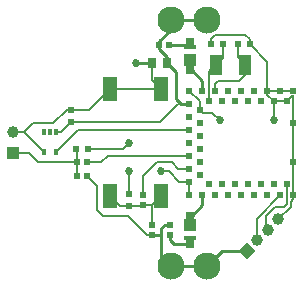
<source format=gtl>
G04 Layer_Physical_Order=1*
G04 Layer_Color=255*
%FSLAX25Y25*%
%MOIN*%
G70*
G01*
G75*
%ADD10R,0.02362X0.02165*%
%ADD11R,0.02165X0.02362*%
%ADD12R,0.01929X0.01929*%
%ADD13R,0.04488X0.01181*%
%ADD14R,0.03150X0.02559*%
%ADD15R,0.04488X0.04016*%
%ADD16R,0.01969X0.02362*%
%ADD17R,0.02362X0.01969*%
%ADD18R,0.03937X0.07087*%
%ADD19R,0.05118X0.08268*%
%ADD20R,0.03150X0.03543*%
%ADD21R,0.01476X0.01969*%
%ADD22C,0.00600*%
%ADD23C,0.01000*%
%ADD24C,0.09055*%
%ADD25C,0.03961*%
G04:AMPARAMS|DCode=26|XSize=39.59mil|YSize=39.61mil|CornerRadius=0mil|HoleSize=0mil|Usage=FLASHONLY|Rotation=45.000|XOffset=0mil|YOffset=0mil|HoleType=Round|Shape=Rectangle|*
%AMROTATEDRECTD26*
4,1,4,0.00001,-0.02800,-0.02800,0.00001,-0.00001,0.02800,0.02800,-0.00001,0.00001,-0.02800,0.0*
%
%ADD26ROTATEDRECTD26*%

%ADD27R,0.03961X0.03959*%
%ADD28C,0.02700*%
D10*
X-37673Y-11000D02*
D03*
X-34327D02*
D03*
Y-6500D02*
D03*
X-37673Y-6500D02*
D03*
X-10173Y32500D02*
D03*
X-6827Y32500D02*
D03*
D11*
X-12500Y-27327D02*
D03*
Y-30673D02*
D03*
X-6500Y-27327D02*
D03*
Y-30673D02*
D03*
X-15700Y-20873D02*
D03*
Y-17527D02*
D03*
D12*
X34602Y-17296D02*
D03*
X30272D02*
D03*
X32437Y-13753D02*
D03*
X25941Y-17296D02*
D03*
X21610Y-17296D02*
D03*
X17279D02*
D03*
X12949D02*
D03*
X8618Y-17296D02*
D03*
X28106Y-13753D02*
D03*
X23776D02*
D03*
X34602Y6523D02*
D03*
Y-6469D02*
D03*
X10784Y-13753D02*
D03*
X6453D02*
D03*
X19445D02*
D03*
X15114D02*
D03*
X4287Y-17296D02*
D03*
X-43Y-12965D02*
D03*
X-43Y-17296D02*
D03*
X3500Y-10800D02*
D03*
X-43Y-8635D02*
D03*
X3500Y-2139D02*
D03*
Y-6469D02*
D03*
Y6523D02*
D03*
Y2192D02*
D03*
X-43Y-4304D02*
D03*
X-43Y27D02*
D03*
X-43Y8688D02*
D03*
Y4358D02*
D03*
X23776Y13806D02*
D03*
X19445D02*
D03*
X32437D02*
D03*
X28106D02*
D03*
X34602Y17350D02*
D03*
X30272D02*
D03*
X17279D02*
D03*
X15114Y13806D02*
D03*
X25941Y17350D02*
D03*
X21610D02*
D03*
X6453Y13806D02*
D03*
X3500Y10853D02*
D03*
X10784Y13806D02*
D03*
X-43Y13019D02*
D03*
X12949Y17350D02*
D03*
X4287D02*
D03*
X-43D02*
D03*
X8618D02*
D03*
D13*
X0Y-31876D02*
D03*
Y31876D02*
D03*
D14*
Y-24258D02*
D03*
Y-33648D02*
D03*
Y24258D02*
D03*
Y33648D02*
D03*
D15*
Y-27506D02*
D03*
Y27506D02*
D03*
D16*
X-34032Y-2000D02*
D03*
X-37969D02*
D03*
X7032Y33000D02*
D03*
X10968D02*
D03*
X19969D02*
D03*
X16032Y33000D02*
D03*
D17*
X-39500Y10968D02*
D03*
Y7032D02*
D03*
X-20200Y-21169D02*
D03*
Y-17232D02*
D03*
D18*
X18500Y26000D02*
D03*
X8658D02*
D03*
D19*
X-26465Y17913D02*
D03*
Y-17913D02*
D03*
X-9535Y17913D02*
D03*
Y-17913D02*
D03*
D20*
X-7441Y26500D02*
D03*
X-12559Y26500D02*
D03*
D21*
X-44500Y3500D02*
D03*
X-46468D02*
D03*
X-48437D02*
D03*
X-44500Y-3193D02*
D03*
X-48437D02*
D03*
D22*
X-14327Y-30673D02*
X-12500D01*
X-20500Y-24500D02*
X-14327Y-30673D01*
X-28954Y-24500D02*
X-20500D01*
X-31000Y-22455D02*
X-28954Y-24500D01*
X-31000Y-22455D02*
Y-14327D01*
X-34327Y-11000D02*
X-31000Y-14327D01*
X-22200Y-2000D02*
X-20200Y0D01*
X-34032Y-2000D02*
X-22200D01*
X-34327Y-6500D02*
X-29500D01*
X-27304Y-4304D01*
X-37969Y-2000D02*
X-37673Y-2295D01*
Y-6500D02*
Y-2295D01*
Y-11000D02*
Y-6500D01*
X-50500D02*
X-37673D01*
X-12495Y-20873D02*
X-9535Y-17913D01*
X-12500Y-20878D02*
X-12495Y-20873D01*
X-12500Y-27327D02*
Y-20878D01*
X34602Y-18852D02*
Y-17296D01*
X33700Y-19754D02*
X34602Y-18852D01*
X33700Y-21300D02*
Y-19754D01*
X29607Y-25393D02*
X33700Y-21300D01*
X22535Y-32465D02*
Y-25267D01*
X25500Y-28358D02*
Y-24500D01*
X8500Y36000D02*
X18500D01*
X7032Y34532D02*
X8500Y36000D01*
X7032Y33000D02*
Y34532D01*
X19969Y33000D02*
Y34532D01*
X18500Y36000D02*
X19969Y34532D01*
X-12559Y20937D02*
X-9535Y17913D01*
X-12559Y20937D02*
Y26500D01*
X-3981Y13019D02*
X-3000D01*
X19969Y33000D02*
X25941Y27028D01*
Y17350D02*
Y27028D01*
X16600Y20600D02*
X18500Y22500D01*
X9600Y20600D02*
X16600D01*
X8618Y19618D02*
X9600Y20600D01*
X6453Y23795D02*
X8658Y26000D01*
X6453Y13806D02*
Y23795D01*
X18500Y22500D02*
Y26000D01*
X10968Y28311D02*
Y33000D01*
X8658Y26000D02*
X10968Y28311D01*
X16032Y28468D02*
Y33000D01*
Y28468D02*
X18500Y26000D01*
X8618Y17350D02*
Y19618D01*
X28106Y7606D02*
Y13806D01*
X7500Y10000D02*
X10000Y7500D01*
X4354Y10000D02*
X7500D01*
X3500Y10853D02*
X4354Y10000D01*
X-9968Y7032D02*
X-3981Y13019D01*
X-39500Y7032D02*
X-9968D01*
X-26465Y17913D02*
X-9535D01*
X-33410Y10968D02*
X-26465Y17913D01*
X-39500Y10968D02*
X-33410D01*
X-37143Y4358D02*
X-43D01*
X-44500Y-3000D02*
X-37143Y4358D01*
X-44500Y-3193D02*
Y-3000D01*
X-41032Y10968D02*
X-39500D01*
X-45500Y6500D02*
X-41032Y10968D01*
X-52130Y6500D02*
X-45500D01*
X-53500Y-3500D02*
X-50500Y-6500D01*
X-43031Y3500D02*
X-39500Y7032D01*
X-44500Y3500D02*
X-43031D01*
X-27304Y-4304D02*
X-43D01*
X-20200Y-17232D02*
Y-9500D01*
Y-21169D02*
X-15995D01*
X-15700Y-20873D02*
X-12495D01*
X-26465Y-17913D02*
X-23210Y-21169D01*
X-20200D01*
X32437Y-20563D02*
Y-13753D01*
X31500Y-21500D02*
X32437Y-20563D01*
X28500Y-21500D02*
X31500D01*
X25500Y-24500D02*
X28500Y-21500D01*
X22535Y-25267D02*
X30272Y-17531D01*
Y-17296D01*
X25500Y-28358D02*
X26071Y-28929D01*
X0Y-24258D02*
X742D01*
X-15700Y-17527D02*
Y-11200D01*
X-11000Y-6500D01*
X-6000D01*
X-3865Y-8635D01*
X-43D01*
X-9500Y-9500D02*
X-7000D01*
X-3535Y-12965D01*
X-43D01*
Y-17296D02*
Y-12965D01*
X3500Y10853D02*
Y13806D01*
X-43Y17350D02*
X3500Y13806D01*
X34602Y6523D02*
Y15972D01*
X32437Y13806D02*
X34602Y15972D01*
X28106Y13806D02*
X32437D01*
X25941Y15972D02*
X28106Y13806D01*
X25941Y15972D02*
Y17350D01*
X34602Y-17296D02*
Y-6469D01*
Y6523D01*
X30272Y17350D02*
X34602D01*
X25941D02*
X30272D01*
X-58815Y-3500D02*
X-53500D01*
X-55130Y3500D02*
X-48437Y-3193D01*
X-58815Y3500D02*
X-55130D01*
X-52130Y6500D01*
D23*
X-9500Y-30500D02*
Y-28500D01*
Y-37744D02*
Y-30500D01*
X-9673Y-30673D02*
X-9500Y-30500D01*
X-12500Y-30673D02*
X-9673D01*
X-9500Y-37744D02*
X-6299Y-40945D01*
X-9500Y-28500D02*
X-8327Y-27327D01*
X-6500D01*
X10850Y-36000D02*
X19000D01*
X-10173Y32500D02*
Y33827D01*
X-6299Y37701D01*
Y40945D01*
X5906D01*
Y-40945D02*
X10850Y-36000D01*
X-6299Y-40945D02*
X5906D01*
X-18000Y26500D02*
X-12559D01*
X4287Y17350D02*
Y20713D01*
X742Y24258D02*
X4287Y20713D01*
X0Y24258D02*
X742D01*
X-3000Y13019D02*
X-43D01*
X-4500Y14519D02*
X-3000Y13019D01*
X-4500Y14519D02*
Y23559D01*
X-7441Y26500D02*
X-4500Y23559D01*
X-7441Y26500D02*
Y28441D01*
X-10173Y31173D02*
X-7441Y28441D01*
X-10173Y31173D02*
Y32500D01*
X-624Y32500D02*
X0Y31876D01*
X-6827Y32500D02*
X-624D01*
X742Y-24258D02*
X4287Y-20713D01*
Y-17296D01*
X-5352Y-33648D02*
X0D01*
X-6500Y-32500D02*
X-5352Y-33648D01*
X-6500Y-32500D02*
Y-30673D01*
D24*
X5906Y-40945D02*
D03*
X-6299D02*
D03*
X5906Y40945D02*
D03*
X-6299D02*
D03*
D25*
X22535Y-32465D02*
D03*
X29607Y-25393D02*
D03*
X26071Y-28929D02*
D03*
X-58815Y3500D02*
D03*
D26*
X19000Y-36000D02*
D03*
D27*
X-58815Y-3500D02*
D03*
D28*
X-20200Y0D02*
D03*
X-18000Y26500D02*
D03*
X28000Y7500D02*
D03*
X10000D02*
D03*
X-20200Y-9500D02*
D03*
X-9500D02*
D03*
M02*

</source>
